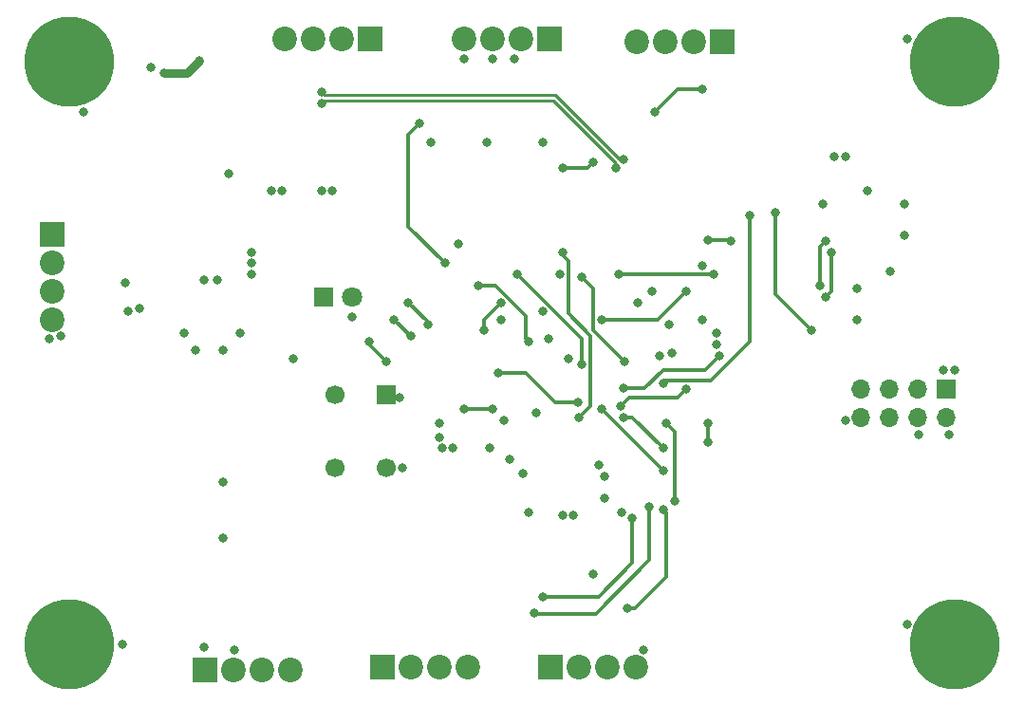
<source format=gbr>
%TF.GenerationSoftware,KiCad,Pcbnew,(6.0.9)*%
%TF.CreationDate,2022-12-05T13:16:43+00:00*%
%TF.ProjectId,stm32controller,73746d33-3263-46f6-9e74-726f6c6c6572,rev?*%
%TF.SameCoordinates,Original*%
%TF.FileFunction,Copper,L4,Bot*%
%TF.FilePolarity,Positive*%
%FSLAX46Y46*%
G04 Gerber Fmt 4.6, Leading zero omitted, Abs format (unit mm)*
G04 Created by KiCad (PCBNEW (6.0.9)) date 2022-12-05 13:16:43*
%MOMM*%
%LPD*%
G01*
G04 APERTURE LIST*
%TA.AperFunction,ComponentPad*%
%ADD10R,2.200000X2.200000*%
%TD*%
%TA.AperFunction,ComponentPad*%
%ADD11C,2.200000*%
%TD*%
%TA.AperFunction,ComponentPad*%
%ADD12C,1.700000*%
%TD*%
%TA.AperFunction,ComponentPad*%
%ADD13R,1.700000X1.700000*%
%TD*%
%TA.AperFunction,ComponentPad*%
%ADD14R,1.800000X1.800000*%
%TD*%
%TA.AperFunction,ComponentPad*%
%ADD15C,1.800000*%
%TD*%
%TA.AperFunction,ConnectorPad*%
%ADD16C,8.000000*%
%TD*%
%TA.AperFunction,ComponentPad*%
%ADD17C,4.400000*%
%TD*%
%TA.AperFunction,ComponentPad*%
%ADD18O,1.700000X1.700000*%
%TD*%
%TA.AperFunction,ViaPad*%
%ADD19C,0.800000*%
%TD*%
%TA.AperFunction,Conductor*%
%ADD20C,0.300000*%
%TD*%
%TA.AperFunction,Conductor*%
%ADD21C,0.750000*%
%TD*%
%TA.AperFunction,Conductor*%
%ADD22C,0.274828*%
%TD*%
G04 APERTURE END LIST*
D10*
%TO.P,J8,1,Pin_1*%
%TO.N,A0*%
X65920000Y-86000000D03*
D11*
%TO.P,J8,2,Pin_2*%
%TO.N,A1*%
X68460000Y-86000000D03*
%TO.P,J8,3,Pin_3*%
%TO.N,A2*%
X71000000Y-86000000D03*
%TO.P,J8,4,Pin_4*%
%TO.N,A3*%
X73540000Y-86000000D03*
%TD*%
D12*
%TO.P,SW1,1,A*%
%TO.N,GND*%
X66250000Y-68250000D03*
D13*
X66250000Y-61750000D03*
D12*
%TO.P,SW1,2,B*%
%TO.N,nRST*%
X61750000Y-61750000D03*
X61750000Y-68250000D03*
%TD*%
D10*
%TO.P,J3,1,Pin_1*%
%TO.N,+3V3*%
X50130000Y-86288345D03*
D11*
%TO.P,J3,2,Pin_2*%
%TO.N,GND*%
X52670000Y-86288345D03*
%TO.P,J3,3,Pin_3*%
%TO.N,C13*%
X55210000Y-86288345D03*
%TO.P,J3,4,Pin_4*%
%TO.N,C14*%
X57750000Y-86288345D03*
%TD*%
D14*
%TO.P,D1,1,K*%
%TO.N,Net-(D1-Pad1)*%
X60670000Y-53000000D03*
D15*
%TO.P,D1,2,A*%
%TO.N,+3V3*%
X63210000Y-53000000D03*
%TD*%
D10*
%TO.P,J6,1,Pin_1*%
%TO.N,D9*%
X80815000Y-30000000D03*
D11*
%TO.P,J6,2,Pin_2*%
%TO.N,GND*%
X78275000Y-30000000D03*
%TO.P,J6,3,Pin_3*%
X75735000Y-30000000D03*
%TO.P,J6,4,Pin_4*%
%TO.N,+3V3*%
X73195000Y-30000000D03*
%TD*%
D10*
%TO.P,J5,1,Pin_1*%
%TO.N,D5*%
X64815000Y-30000000D03*
D11*
%TO.P,J5,2,Pin_2*%
%TO.N,D6*%
X62275000Y-30000000D03*
%TO.P,J5,3,Pin_3*%
%TO.N,D7*%
X59735000Y-30000000D03*
%TO.P,J5,4,Pin_4*%
%TO.N,D8*%
X57195000Y-30000000D03*
%TD*%
D16*
%TO.P,H2,1,1*%
%TO.N,GND*%
X38000000Y-32000000D03*
D17*
X38000000Y-32000000D03*
%TD*%
%TO.P,H4,1,1*%
%TO.N,GND*%
X117000000Y-84000000D03*
D16*
X117000000Y-84000000D03*
%TD*%
D10*
%TO.P,J4,1,Pin_1*%
%TO.N,C15*%
X96290000Y-30250000D03*
D11*
%TO.P,J4,2,Pin_2*%
%TO.N,D0*%
X93750000Y-30250000D03*
%TO.P,J4,3,Pin_3*%
%TO.N,D1*%
X91210000Y-30250000D03*
%TO.P,J4,4,Pin_4*%
%TO.N,D2*%
X88670000Y-30250000D03*
%TD*%
D13*
%TO.P,J1,1,Pin_1*%
%TO.N,GND*%
X116250000Y-61250000D03*
D18*
%TO.P,J1,2,Pin_2*%
%TO.N,+3V3*%
X116250000Y-63790000D03*
%TO.P,J1,3,Pin_3*%
%TO.N,nrf_CE*%
X113710000Y-61250000D03*
%TO.P,J1,4,Pin_4*%
%TO.N,+3V3*%
X113710000Y-63790000D03*
%TO.P,J1,5,Pin_5*%
%TO.N,SCK*%
X111170000Y-61250000D03*
%TO.P,J1,6,Pin_6*%
%TO.N,MOSI*%
X111170000Y-63790000D03*
%TO.P,J1,7,Pin_7*%
%TO.N,MISO*%
X108630000Y-61250000D03*
%TO.P,J1,8,Pin_8*%
%TO.N,+3V3*%
X108630000Y-63790000D03*
%TD*%
D10*
%TO.P,J9,1,Pin_1*%
%TO.N,A4*%
X80920000Y-86000000D03*
D11*
%TO.P,J9,2,Pin_2*%
%TO.N,GYRO_INT*%
X83460000Y-86000000D03*
%TO.P,J9,3,Pin_3*%
%TO.N,A10*%
X86000000Y-86000000D03*
%TO.P,J9,4,Pin_4*%
%TO.N,GND*%
X88540000Y-86000000D03*
%TD*%
D17*
%TO.P,H3,1,1*%
%TO.N,GND*%
X117000000Y-32000000D03*
D16*
X117000000Y-32000000D03*
%TD*%
D10*
%TO.P,J7,1,Pin_1*%
%TO.N,+7.5V*%
X36500000Y-47380000D03*
D11*
%TO.P,J7,2,Pin_2*%
%TO.N,unconnected-(J7-Pad2)*%
X36500000Y-49920000D03*
%TO.P,J7,3,Pin_3*%
%TO.N,unconnected-(J7-Pad3)*%
X36500000Y-52460000D03*
%TO.P,J7,4,Pin_4*%
%TO.N,GND*%
X36500000Y-55000000D03*
%TD*%
D17*
%TO.P,H1,1,1*%
%TO.N,GND*%
X38000000Y-84000000D03*
D16*
X38000000Y-84000000D03*
%TD*%
D19*
%TO.N,A4*%
X95000000Y-64240500D03*
X95000000Y-66000000D03*
%TO.N,GYRO_INT*%
X91000000Y-68500000D03*
X93000000Y-52500000D03*
X85500000Y-55000000D03*
X85500000Y-63000500D03*
%TO.N,A10*%
X87425500Y-63750000D03*
X91000000Y-66500000D03*
%TO.N,GND*%
X58000000Y-58500000D03*
X76500000Y-55000000D03*
X95750000Y-56250000D03*
X43250000Y-54250000D03*
X67500000Y-62000000D03*
X39250000Y-36500000D03*
X84750000Y-77750000D03*
X54250000Y-50000000D03*
X90683328Y-58266668D03*
X87250000Y-72250000D03*
X72750000Y-48250000D03*
X72250000Y-66500000D03*
X75250000Y-39250000D03*
X75750000Y-31750000D03*
X37250000Y-56500000D03*
X57000000Y-43500000D03*
X44250000Y-54000000D03*
X77250000Y-67500000D03*
X112500000Y-44750000D03*
X54250000Y-51000000D03*
X82000000Y-72500000D03*
X107250000Y-40500000D03*
X111250000Y-50750000D03*
X56000000Y-43500000D03*
X79622909Y-63334091D03*
X71000000Y-64250000D03*
X42750000Y-84000000D03*
X43000000Y-51750000D03*
X94500000Y-50250000D03*
X89250000Y-84500000D03*
X117000000Y-59500000D03*
X88750000Y-53500000D03*
X85750000Y-71000000D03*
X77702912Y-31751438D03*
X45250000Y-32500000D03*
X51750000Y-69500000D03*
X95750000Y-57250000D03*
X52750000Y-84538345D03*
X70250000Y-39250000D03*
X108250000Y-52250000D03*
X112750000Y-82250000D03*
X71000000Y-65500000D03*
X106250000Y-40500000D03*
X83000000Y-72500000D03*
X81750000Y-51000000D03*
X82500000Y-58500000D03*
X67750000Y-68250000D03*
X60500000Y-43500000D03*
X36250000Y-56750000D03*
X108250000Y-55000000D03*
X85250000Y-68000000D03*
X54250000Y-49000000D03*
X71250000Y-66500000D03*
X112750000Y-30000000D03*
X79000000Y-72250000D03*
X78500000Y-68750000D03*
X61500000Y-43500000D03*
X90000000Y-52500000D03*
X116000000Y-59500000D03*
%TO.N,A0*%
X88250000Y-72750000D03*
X80250000Y-79750000D03*
%TO.N,A1*%
X79470023Y-81220023D03*
X89750000Y-71750000D03*
%TO.N,A2*%
X87750000Y-80750000D03*
X91000000Y-72000000D03*
%TO.N,A3*%
X91250000Y-64240500D03*
X92000000Y-71250000D03*
%TO.N,+7.5V*%
X46500000Y-33000000D03*
X49575001Y-31896108D03*
%TO.N,D9*%
X77970023Y-50970023D03*
X83750000Y-59000000D03*
%TO.N,D5*%
X71500000Y-50000000D03*
X69250000Y-37500000D03*
%TO.N,D6*%
X70000000Y-55500000D03*
X68250000Y-53500000D03*
%TO.N,D7*%
X68500000Y-56500000D03*
X67000000Y-55000000D03*
%TO.N,D8*%
X75750000Y-63000000D03*
X66250000Y-58750000D03*
X64750000Y-57000000D03*
X73250000Y-63000000D03*
%TO.N,C15*%
X90250000Y-36500000D03*
X83460889Y-63789111D03*
X82000000Y-49000000D03*
X94500000Y-34500000D03*
X84750000Y-41000000D03*
X82000000Y-41500000D03*
%TO.N,D0*%
X101000000Y-45500000D03*
X104250000Y-56000000D03*
%TO.N,D1*%
X91000000Y-60700500D03*
X98750000Y-45750000D03*
%TO.N,D2*%
X87500000Y-58750000D03*
X83750000Y-51250000D03*
%TO.N,/USB_D+*%
X60500000Y-35751600D03*
X86763555Y-41472925D03*
%TO.N,+3V3*%
X80750000Y-56750000D03*
X50000000Y-51500000D03*
X113750000Y-65250000D03*
X73250000Y-31750000D03*
X51750000Y-74500000D03*
X116500000Y-65250000D03*
X52250000Y-42000000D03*
X94500000Y-55000000D03*
X107250000Y-64000000D03*
X50000000Y-84288345D03*
X63250000Y-54750000D03*
X91750000Y-58000000D03*
X80220023Y-54279977D03*
X105250000Y-44750000D03*
X48250000Y-56250000D03*
X49250000Y-57750000D03*
X91500000Y-55500000D03*
X112500000Y-47500000D03*
X53250000Y-56250000D03*
X85750000Y-69000000D03*
X109250000Y-43500000D03*
X51750000Y-57750000D03*
X80250000Y-39250000D03*
X75500000Y-66500000D03*
X51250000Y-51500000D03*
X76750000Y-64000000D03*
%TO.N,nRST*%
X76250000Y-59750000D03*
X83392998Y-62392997D03*
%TO.N,I2C_SCL*%
X105500000Y-53000000D03*
X106000000Y-49000000D03*
%TO.N,I2C_SDA*%
X105000000Y-52000000D03*
X105500000Y-48000000D03*
%TO.N,GYRO_CS*%
X94970023Y-47970023D03*
X97029977Y-48029977D03*
%TO.N,DRDY*%
X87000000Y-51000000D03*
X95500000Y-51000000D03*
%TO.N,DEN*%
X87447122Y-61155731D03*
X96000000Y-58250500D03*
%TO.N,nrf_CE*%
X87197768Y-62776787D03*
X93000000Y-61250500D03*
%TO.N,/USB_D-*%
X87472925Y-40763555D03*
X60500000Y-34748400D03*
%TO.N,SWCLK*%
X79000000Y-57000000D03*
X74500000Y-52000000D03*
%TO.N,TDO*%
X76500000Y-53500000D03*
X75000000Y-56000000D03*
%TD*%
D20*
%TO.N,A4*%
X95000000Y-66000000D02*
X95000000Y-64240500D01*
%TO.N,GYRO_INT*%
X86675500Y-64175500D02*
X91000000Y-68500000D01*
X85500000Y-63000500D02*
X86675000Y-64175500D01*
X86675000Y-64175500D02*
X86675500Y-64175500D01*
X90500000Y-55000000D02*
X93000000Y-52500000D01*
X85500000Y-55000000D02*
X90500000Y-55000000D01*
%TO.N,A10*%
X88250000Y-63750000D02*
X91000000Y-66500000D01*
X87425500Y-63750000D02*
X88250000Y-63750000D01*
%TO.N,A0*%
X85250000Y-79750000D02*
X88250000Y-76750000D01*
X88250000Y-76750000D02*
X88250000Y-72750000D01*
X80250000Y-79750000D02*
X85250000Y-79750000D01*
%TO.N,A1*%
X79500000Y-81250000D02*
X85000000Y-81250000D01*
X89750000Y-76500000D02*
X89750000Y-71750000D01*
X85000000Y-81250000D02*
X89750000Y-76500000D01*
X79470023Y-81220023D02*
X79500000Y-81250000D01*
%TO.N,A2*%
X91250000Y-78000000D02*
X91250000Y-72250000D01*
X91250000Y-72250000D02*
X91000000Y-72000000D01*
X88500000Y-80750000D02*
X91250000Y-78000000D01*
X87750000Y-80750000D02*
X88500000Y-80750000D01*
%TO.N,A3*%
X91250000Y-64240500D02*
X92000000Y-64990500D01*
X92000000Y-64990500D02*
X92000000Y-71250000D01*
%TO.N,+7.5V*%
X49575001Y-31924999D02*
X49575001Y-31896108D01*
D21*
X48471109Y-33000000D02*
X46500000Y-33000000D01*
X49575001Y-31896108D02*
X48471109Y-33000000D01*
D20*
%TO.N,D9*%
X77970023Y-50970023D02*
X83750000Y-56750000D01*
X83750000Y-56750000D02*
X83750000Y-59000000D01*
%TO.N,D5*%
X68250000Y-38500000D02*
X69250000Y-37500000D01*
X68250000Y-46750000D02*
X68250000Y-38500000D01*
X71500000Y-50000000D02*
X68250000Y-46750000D01*
%TO.N,D6*%
X70000000Y-55250000D02*
X68250000Y-53500000D01*
X70000000Y-55500000D02*
X70000000Y-55250000D01*
%TO.N,D7*%
X67000000Y-55000000D02*
X68500000Y-56500000D01*
%TO.N,D8*%
X64750000Y-57000000D02*
X64750000Y-57250000D01*
X73250000Y-63000000D02*
X75750000Y-63000000D01*
X64750000Y-57250000D02*
X66250000Y-58750000D01*
%TO.N,C15*%
X92250000Y-34500000D02*
X94500000Y-34500000D01*
X82000000Y-49250000D02*
X82000000Y-49000000D01*
X84500000Y-62750000D02*
X84500000Y-56457107D01*
X83460889Y-63789111D02*
X84500000Y-62750000D01*
X84500000Y-56457107D02*
X82500000Y-54457107D01*
X82000000Y-41500000D02*
X84250000Y-41500000D01*
X90250000Y-36500000D02*
X92250000Y-34500000D01*
X82500000Y-54457107D02*
X82500000Y-49750000D01*
X84250000Y-41500000D02*
X84750000Y-41000000D01*
X82000000Y-49250000D02*
X82500000Y-49750000D01*
%TO.N,D0*%
X101000000Y-52750000D02*
X101000000Y-45500000D01*
X104250000Y-56000000D02*
X101000000Y-52750000D01*
%TO.N,D1*%
X91200500Y-60500000D02*
X95250000Y-60500000D01*
X98750000Y-57000000D02*
X95250000Y-60500000D01*
X98750000Y-45750000D02*
X98750000Y-57000000D01*
X91200500Y-60500000D02*
X91000000Y-60700500D01*
%TO.N,D2*%
X84750000Y-56000000D02*
X87500000Y-58750000D01*
X83750000Y-51250000D02*
X84750000Y-52250000D01*
X84750000Y-52250000D02*
X84750000Y-56000000D01*
D22*
%TO.N,/USB_D+*%
X60762586Y-35489014D02*
X81150997Y-35489014D01*
X60500000Y-35751600D02*
X60762586Y-35489014D01*
X86763555Y-41101572D02*
X86763555Y-41472925D01*
X81150997Y-35489014D02*
X86763555Y-41101572D01*
D20*
%TO.N,nRST*%
X78750000Y-59750000D02*
X76250000Y-59750000D01*
X81392997Y-62392997D02*
X78750000Y-59750000D01*
X83392998Y-62392997D02*
X81392997Y-62392997D01*
%TO.N,I2C_SCL*%
X106000000Y-52500000D02*
X106000000Y-49000000D01*
X105500000Y-53000000D02*
X106000000Y-52500000D01*
%TO.N,I2C_SDA*%
X105000000Y-48500000D02*
X105000000Y-52000000D01*
X105500000Y-48000000D02*
X105000000Y-48500000D01*
%TO.N,GYRO_CS*%
X96970023Y-47970023D02*
X97029977Y-48029977D01*
X94970023Y-47970023D02*
X96970023Y-47970023D01*
%TO.N,DRDY*%
X95500000Y-51000000D02*
X87000000Y-51000000D01*
%TO.N,DEN*%
X91000000Y-59500000D02*
X94750500Y-59500000D01*
X94750500Y-59500000D02*
X96000000Y-58250500D01*
X87447122Y-61155731D02*
X89344269Y-61155731D01*
X89344269Y-61155731D02*
X91000000Y-59500000D01*
%TO.N,nrf_CE*%
X87999785Y-61974770D02*
X87197768Y-62776787D01*
X92275730Y-61974770D02*
X87999785Y-61974770D01*
X93000000Y-61250500D02*
X92275730Y-61974770D01*
D22*
%TO.N,/USB_D-*%
X60500000Y-34748400D02*
X60762586Y-35010986D01*
X87101572Y-40763555D02*
X87472925Y-40763555D01*
X81349003Y-35010986D02*
X87101572Y-40763555D01*
X60762586Y-35010986D02*
X81349003Y-35010986D01*
D20*
%TO.N,SWCLK*%
X78750000Y-56750000D02*
X79000000Y-57000000D01*
X78750000Y-54689339D02*
X78750000Y-56750000D01*
X76060661Y-52000000D02*
X78750000Y-54689339D01*
X74500000Y-52000000D02*
X76060661Y-52000000D01*
%TO.N,TDO*%
X75000000Y-55000000D02*
X75000000Y-56000000D01*
X76500000Y-53500000D02*
X75000000Y-55000000D01*
%TD*%
M02*

</source>
